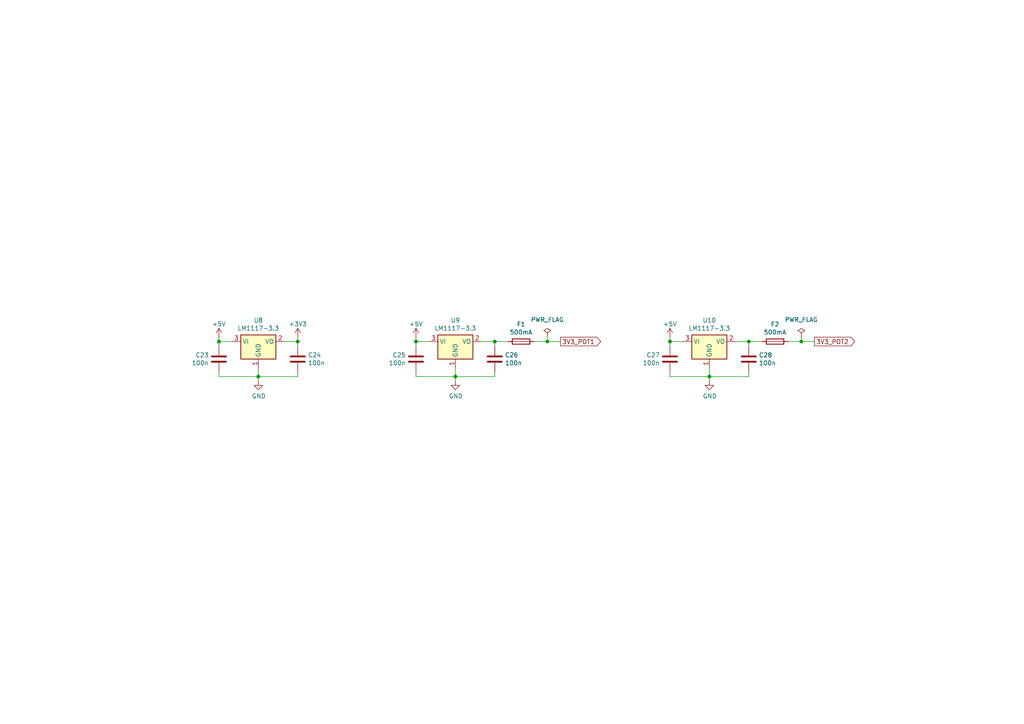
<source format=kicad_sch>
(kicad_sch (version 20230121) (generator eeschema)
  (paper "A4")
  (title_block (title "Power for Potentiometers") (date "2023-06-30") (rev "2.0") (company "S. Sambor") (comment 1 "J. Jurczak") (comment 2 "P. Gawron") (comment 3 "I. Kajdan"))
  (lib_symbols
    (symbol "Device:C" (pin_numbers hide) (pin_names (offset 0.254))
      (property "Reference" "C" (at 0.635 2.54 0))
      (property "Value" "C" (at 0.635 -2.54 0))
      (symbol "C_0_1"
        (polyline (pts (xy -2.032 -0.762) (xy 2.032 -0.762)) (stroke (width 0.508)))
        (polyline (pts (xy -2.032 0.762) (xy 2.032 0.762)) (stroke (width 0.508)))
      )
      (symbol "C_1_1"
        (pin passive line (at 0 3.81 270) (length 2.794) (name "~") (number "1"))
        (pin passive line (at 0 -3.81 90) (length 2.794) (name "~") (number "2"))
      )
    )
    (symbol "Device:Fuse" (pin_numbers hide) (pin_names (offset 0))
      (property "Reference" "F" (at 2.032 0 90))
      (property "Value" "Fuse" (at -1.905 0 90))
      (symbol "Fuse_0_1"
        (rectangle (start -0.762 -2.54) (end 0.762 2.54) (stroke (width 0.254)))
        (polyline (pts (xy 0 2.54) (xy 0 -2.54)))
      )
      (symbol "Fuse_1_1"
        (pin passive line (at 0 3.81 270) (length 1.27) (name "~") (number "1"))
        (pin passive line (at 0 -3.81 90) (length 1.27) (name "~") (number "2"))
      )
    )
    (symbol "Regulator_Linear:LM1117MP-3.3"
      (property "Reference" "U" (at -3.81 3.175 0))
      (property "Value" "LM1117MP-3.3" (at 0 3.175 0))
      (symbol "LM1117MP-3.3_0_1"
        (rectangle (start -5.08 -5.08) (end 5.08 1.905) (stroke (width 0.254)) (fill (type background)))
      )
      (symbol "LM1117MP-3.3_1_1"
        (pin power_in line (at 0 -7.62 90) (length 2.54) (name "GND") (number "1"))
        (pin power_out line (at 7.62 0 180) (length 2.54) (name "VO") (number "2"))
        (pin power_in line (at -7.62 0 0) (length 2.54) (name "VI") (number "3"))
      )
    )
    (symbol "power:+3V3" (power) (pin_names (offset 0))
      (property "Value" "+3V3" (at 0 3.556 0))
      (symbol "+3V3_0_1"
        (polyline (pts (xy -0.762 1.27) (xy 0 2.54)))
        (polyline (pts (xy 0 0) (xy 0 2.54)))
        (polyline (pts (xy 0 2.54) (xy 0.762 1.27)))
      )
      (symbol "+3V3_1_1"
        (pin power_in line (at 0 0 90) (length 0) hide (name "+3V3") (number "1"))
      )
    )
    (symbol "power:+5V" (power) (pin_names (offset 0))
      (property "Value" "+5V" (at 0 3.556 0))
      (symbol "+5V_0_1"
        (polyline (pts (xy -0.762 1.27) (xy 0 2.54)))
        (polyline (pts (xy 0 0) (xy 0 2.54)))
        (polyline (pts (xy 0 2.54) (xy 0.762 1.27)))
      )
      (symbol "+5V_1_1"
        (pin power_in line (at 0 0 90) (length 0) hide (name "+5V") (number "1"))
      )
    )
    (symbol "power:GND" (power) (pin_names (offset 0))
      (property "Value" "GND" (at 0 -3.81 0))
      (symbol "GND_0_1"
        (polyline (pts (xy 0 0) (xy 0 -1.27) (xy 1.27 -1.27) (xy 0 -2.54) (xy -1.27 -1.27) (xy 0 -1.27)))
      )
      (symbol "GND_1_1"
        (pin power_in line (at 0 0 270) (length 0) hide (name "GND") (number "1"))
      )
    )
    (symbol "power:PWR_FLAG" (power) (pin_numbers hide) (pin_names (offset 0) hide)
      (property "Value" "PWR_FLAG" (at 0 3.81 0))
      (symbol "PWR_FLAG_0_0"
        (pin power_out line (at 0 0 90) (length 0) (name "pwr") (number "1"))
      )
      (symbol "PWR_FLAG_0_1"
        (polyline (pts (xy 0 0) (xy 0 1.27) (xy -1.016 1.905) (xy 0 2.54) (xy 1.016 1.905) (xy 0 1.27)))
      )
    )
  )
  (junction (at 120.65 99.06))
  (junction (at 63.5 99.06))
  (junction (at 232.41 99.06))
  (junction (at 217.17 99.06))
  (junction (at 143.51 99.06))
  (junction (at 74.93 109.22))
  (junction (at 86.36 99.06))
  (junction (at 194.31 99.06))
  (junction (at 158.75 99.06))
  (junction (at 132.08 109.22))
  (junction (at 205.74 109.22))
  (wire (pts (xy 86.36 109.22) (xy 74.93 109.22)))
  (wire (pts (xy 147.32 99.06) (xy 143.51 99.06)))
  (wire (pts (xy 194.31 109.22) (xy 194.31 107.95)))
  (wire (pts (xy 120.65 109.22) (xy 132.08 109.22)))
  (wire (pts (xy 232.41 97.79) (xy 232.41 99.06)))
  (wire (pts (xy 198.12 99.06) (xy 194.31 99.06)))
  (wire (pts (xy 205.74 110.49) (xy 205.74 109.22)))
  (wire (pts (xy 143.51 109.22) (xy 143.51 107.95)))
  (wire (pts (xy 132.08 106.68) (xy 132.08 109.22)))
  (wire (pts (xy 154.94 99.06) (xy 158.75 99.06)))
  (wire (pts (xy 217.17 109.22) (xy 205.74 109.22)))
  (wire (pts (xy 132.08 110.49) (xy 132.08 109.22)))
  (wire (pts (xy 67.31 99.06) (xy 63.5 99.06)))
  (wire (pts (xy 213.36 99.06) (xy 217.17 99.06)))
  (wire (pts (xy 194.31 97.79) (xy 194.31 99.06)))
  (wire (pts (xy 220.98 99.06) (xy 217.17 99.06)))
  (wire (pts (xy 194.31 109.22) (xy 205.74 109.22)))
  (wire (pts (xy 86.36 109.22) (xy 86.36 107.95)))
  (wire (pts (xy 217.17 99.06) (xy 217.17 100.33)))
  (wire (pts (xy 120.65 97.79) (xy 120.65 99.06)))
  (wire (pts (xy 74.93 106.68) (xy 74.93 109.22)))
  (wire (pts (xy 82.55 99.06) (xy 86.36 99.06)))
  (wire (pts (xy 228.6 99.06) (xy 232.41 99.06)))
  (wire (pts (xy 217.17 109.22) (xy 217.17 107.95)))
  (wire (pts (xy 63.5 109.22) (xy 74.93 109.22)))
  (wire (pts (xy 158.75 99.06) (xy 162.56 99.06)))
  (wire (pts (xy 143.51 99.06) (xy 143.51 100.33)))
  (wire (pts (xy 86.36 99.06) (xy 86.36 100.33)))
  (wire (pts (xy 124.46 99.06) (xy 120.65 99.06)))
  (wire (pts (xy 74.93 109.22) (xy 74.93 110.49)))
  (wire (pts (xy 63.5 97.79) (xy 63.5 99.06)))
  (wire (pts (xy 63.5 109.22) (xy 63.5 107.95)))
  (wire (pts (xy 120.65 99.06) (xy 120.65 100.33)))
  (wire (pts (xy 205.74 106.68) (xy 205.74 109.22)))
  (wire (pts (xy 143.51 109.22) (xy 132.08 109.22)))
  (wire (pts (xy 86.36 97.79) (xy 86.36 99.06)))
  (wire (pts (xy 63.5 99.06) (xy 63.5 100.33)))
  (wire (pts (xy 139.7 99.06) (xy 143.51 99.06)))
  (wire (pts (xy 232.41 99.06) (xy 236.22 99.06)))
  (wire (pts (xy 194.31 100.33) (xy 194.31 99.06)))
  (wire (pts (xy 120.65 109.22) (xy 120.65 107.95)))
  (wire (pts (xy 158.75 97.79) (xy 158.75 99.06)))
  (global_label "3V3_POT2" (shape output) (at 236.22 99.06 0) (property "Intersheetrefs" "${INTERSHEET_REFS}" (effects hide)))
  (global_label "3V3_POT1" (shape output) (at 162.56 99.06 0) (property "Intersheetrefs" "${INTERSHEET_REFS}" (effects hide)))
  (symbol (lib_id "power:GND") (at 74.93 110.49 0) (unit 1)
    (property "Reference" "#PWR050" (effects hide))
    (property "Value" "GND" (at 75.057 114.8842 0))
  )
  (symbol (lib_id "power:+5V") (at 63.5 97.79 0) (unit 1)
    (property "Reference" "#PWR049" (effects hide))
    (property "Value" "+5V" (at 63.5 93.98 0))
  )
  (symbol (lib_id "Regulator_Linear:LM1117MP-3.3") (at 74.93 99.06 0) (unit 1)
    (property "Reference" "U8" (at 74.93 92.9132 0))
    (property "Value" "LM1117-3.3" (at 74.93 95.2246 0))
    (property "Footprint" "Package_TO_SOT_SMD:SOT-223-3_TabPin2" (effects hide))
    (property "Datasheet" "http://www.ti.com/lit/ds/symlink/lm1117.pdf" (effects hide))
  )
  (symbol (lib_id "Device:C") (at 86.36 104.14 0) (unit 1)
    (property "Reference" "C24" (at 89.281 102.9716 0) (effects (justify left)))
    (property "Value" "100n" (at 89.281 105.283 0) (effects (justify left)))
    (property "Footprint" "Capacitor_SMD:C_0603_1608Metric_Pad1.08x0.95mm_HandSolder" (effects hide))
  )
  (symbol (lib_id "Device:C") (at 63.5 104.14 0) (mirror y) (unit 1)
    (property "Reference" "C23" (at 60.579 102.9716 0) (effects (justify left)))
    (property "Value" "100n" (at 60.579 105.283 0) (effects (justify left)))
    (property "Footprint" "Capacitor_SMD:C_0603_1608Metric_Pad1.08x0.95mm_HandSolder" (effects hide))
  )
  (symbol (lib_id "power:GND") (at 132.08 110.49 0) (unit 1)
    (property "Reference" "#PWR052" (effects hide))
    (property "Value" "GND" (at 132.207 114.8842 0))
  )
  (symbol (lib_id "power:+5V") (at 120.65 97.79 0) (unit 1)
    (property "Reference" "#PWR051" (effects hide))
    (property "Value" "+5V" (at 120.65 93.98 0))
  )
  (symbol (lib_id "Regulator_Linear:LM1117MP-3.3") (at 132.08 99.06 0) (unit 1)
    (property "Reference" "U9" (at 132.08 92.9132 0))
    (property "Value" "LM1117-3.3" (at 132.08 95.2246 0))
    (property "Footprint" "Package_TO_SOT_SMD:SOT-223-3_TabPin2" (effects hide))
    (property "Datasheet" "http://www.ti.com/lit/ds/symlink/lm1117.pdf" (effects hide))
  )
  (symbol (lib_id "Device:C") (at 143.51 104.14 0) (unit 1)
    (property "Reference" "C26" (at 146.431 102.9716 0) (effects (justify left)))
    (property "Value" "100n" (at 146.431 105.283 0) (effects (justify left)))
    (property "Footprint" "Capacitor_SMD:C_0603_1608Metric_Pad1.08x0.95mm_HandSolder" (effects hide))
  )
  (symbol (lib_id "Device:C") (at 120.65 104.14 0) (mirror y) (unit 1)
    (property "Reference" "C25" (at 117.729 102.9716 0) (effects (justify left)))
    (property "Value" "100n" (at 117.729 105.283 0) (effects (justify left)))
    (property "Footprint" "Capacitor_SMD:C_0603_1608Metric_Pad1.08x0.95mm_HandSolder" (effects hide))
  )
  (symbol (lib_id "power:GND") (at 205.74 110.49 0) (unit 1)
    (property "Reference" "#PWR054" (effects hide))
    (property "Value" "GND" (at 205.867 114.8842 0))
  )
  (symbol (lib_id "power:+5V") (at 194.31 97.79 0) (unit 1)
    (property "Reference" "#PWR053" (effects hide))
    (property "Value" "+5V" (at 194.31 93.98 0))
  )
  (symbol (lib_id "Regulator_Linear:LM1117MP-3.3") (at 205.74 99.06 0) (unit 1)
    (property "Reference" "U10" (at 205.74 92.9132 0))
    (property "Value" "LM1117-3.3" (at 205.74 95.2246 0))
    (property "Footprint" "Package_TO_SOT_SMD:SOT-223-3_TabPin2" (effects hide))
    (property "Datasheet" "http://www.ti.com/lit/ds/symlink/lm1117.pdf" (effects hide))
  )
  (symbol (lib_id "Device:C") (at 217.17 104.14 0) (unit 1)
    (property "Reference" "C28" (at 220.091 102.9716 0) (effects (justify left)))
    (property "Value" "100n" (at 220.091 105.283 0) (effects (justify left)))
    (property "Footprint" "Capacitor_SMD:C_0603_1608Metric_Pad1.08x0.95mm_HandSolder" (effects hide))
  )
  (symbol (lib_id "Device:C") (at 194.31 104.14 0) (mirror y) (unit 1)
    (property "Reference" "C27" (at 191.389 102.9716 0) (effects (justify left)))
    (property "Value" "100n" (at 191.389 105.283 0) (effects (justify left)))
    (property "Footprint" "Capacitor_SMD:C_0603_1608Metric_Pad1.08x0.95mm_HandSolder" (effects hide))
  )
  (symbol (lib_id "Device:Fuse") (at 151.13 99.06 270) (unit 1)
    (property "Reference" "F1" (at 151.13 94.0562 90))
    (property "Value" "500mA" (at 151.13 96.3676 90))
    (property "Footprint" "Fuse:Fuse_2010_5025Metric" (effects hide))
  )
  (symbol (lib_id "Device:Fuse") (at 224.79 99.06 270) (unit 1)
    (property "Reference" "F2" (at 224.79 94.0562 90))
    (property "Value" "500mA" (at 224.79 96.3676 90))
    (property "Footprint" "Fuse:Fuse_2010_5025Metric" (effects hide))
  )
  (symbol (lib_id "power:PWR_FLAG") (at 232.41 97.79 0) (unit 1)
    (property "Reference" "#FLG06" (effects hide))
    (property "Value" "PWR_FLAG" (at 232.41 92.71 0))
  )
  (symbol (lib_id "power:PWR_FLAG") (at 158.75 97.79 0) (unit 1)
    (property "Reference" "#FLG05" (effects hide))
    (property "Value" "PWR_FLAG" (at 158.75 92.71 0))
  )
  (symbol (lib_id "power:+3V3") (at 86.36 97.79 0) (unit 1)
    (property "Reference" "#PWR062" (effects hide))
    (property "Value" "+3V3" (at 86.36 93.98 0))
  )
)
</source>
